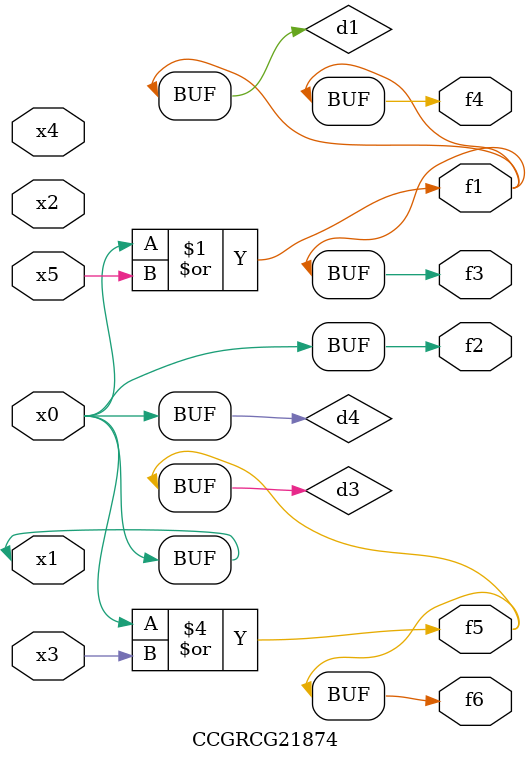
<source format=v>
module CCGRCG21874(
	input x0, x1, x2, x3, x4, x5,
	output f1, f2, f3, f4, f5, f6
);

	wire d1, d2, d3, d4;

	or (d1, x0, x5);
	xnor (d2, x1, x4);
	or (d3, x0, x3);
	buf (d4, x0, x1);
	assign f1 = d1;
	assign f2 = d4;
	assign f3 = d1;
	assign f4 = d1;
	assign f5 = d3;
	assign f6 = d3;
endmodule

</source>
